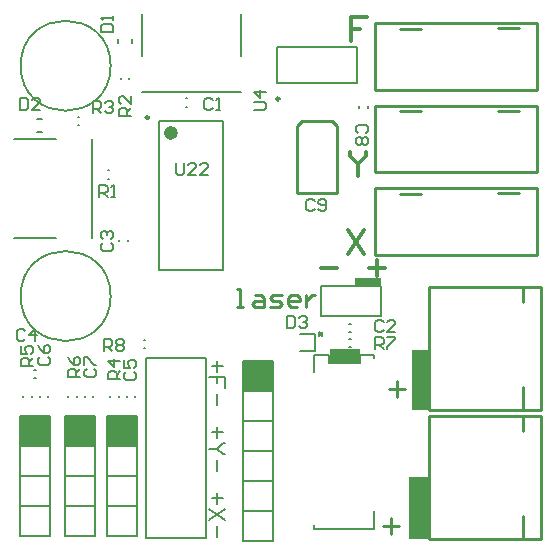
<source format=gto>
%FSAX24Y24*%
%MOIN*%
G70*
G01*
G75*
G04 Layer_Color=65535*
%ADD10O,0.0787X0.0157*%
%ADD11R,0.0354X0.0276*%
G04:AMPARAMS|DCode=12|XSize=23.6mil|YSize=27.6mil|CornerRadius=3mil|HoleSize=0mil|Usage=FLASHONLY|Rotation=0.000|XOffset=0mil|YOffset=0mil|HoleType=Round|Shape=RoundedRectangle|*
%AMROUNDEDRECTD12*
21,1,0.0236,0.0217,0,0,0.0*
21,1,0.0177,0.0276,0,0,0.0*
1,1,0.0059,0.0089,-0.0108*
1,1,0.0059,-0.0089,-0.0108*
1,1,0.0059,-0.0089,0.0108*
1,1,0.0059,0.0089,0.0108*
%
%ADD12ROUNDEDRECTD12*%
%ADD13R,0.0276X0.0354*%
%ADD14R,0.0866X0.0787*%
%ADD15R,0.0512X0.0433*%
%ADD16R,0.0433X0.0512*%
%ADD17R,0.1181X0.0591*%
%ADD18R,0.0354X0.0827*%
%ADD19R,0.1260X0.0827*%
%ADD20C,0.0600*%
%ADD21C,0.0100*%
%ADD22C,0.0150*%
%ADD23R,0.0591X0.0591*%
%ADD24C,0.0591*%
%ADD25O,0.0787X0.2559*%
G04:AMPARAMS|DCode=26|XSize=157.5mil|YSize=118.1mil|CornerRadius=29.5mil|HoleSize=0mil|Usage=FLASHONLY|Rotation=0.000|XOffset=0mil|YOffset=0mil|HoleType=Round|Shape=RoundedRectangle|*
%AMROUNDEDRECTD26*
21,1,0.1575,0.0591,0,0,0.0*
21,1,0.0984,0.1181,0,0,0.0*
1,1,0.0591,0.0492,-0.0295*
1,1,0.0591,-0.0492,-0.0295*
1,1,0.0591,-0.0492,0.0295*
1,1,0.0591,0.0492,0.0295*
%
%ADD26ROUNDEDRECTD26*%
%ADD27O,0.0787X0.1969*%
%ADD28O,0.2126X0.0984*%
G04:AMPARAMS|DCode=29|XSize=236.2mil|YSize=98.4mil|CornerRadius=24.6mil|HoleSize=0mil|Usage=FLASHONLY|Rotation=0.000|XOffset=0mil|YOffset=0mil|HoleType=Round|Shape=RoundedRectangle|*
%AMROUNDEDRECTD29*
21,1,0.2362,0.0492,0,0,0.0*
21,1,0.1870,0.0984,0,0,0.0*
1,1,0.0492,0.0935,-0.0246*
1,1,0.0492,-0.0935,-0.0246*
1,1,0.0492,-0.0935,0.0246*
1,1,0.0492,0.0935,0.0246*
%
%ADD29ROUNDEDRECTD29*%
G04:AMPARAMS|DCode=30|XSize=82.7mil|YSize=82.7mil|CornerRadius=0mil|HoleSize=0mil|Usage=FLASHONLY|Rotation=270.000|XOffset=0mil|YOffset=0mil|HoleType=Round|Shape=Octagon|*
%AMOCTAGOND30*
4,1,8,-0.0207,-0.0413,0.0207,-0.0413,0.0413,-0.0207,0.0413,0.0207,0.0207,0.0413,-0.0207,0.0413,-0.0413,0.0207,-0.0413,-0.0207,-0.0207,-0.0413,0.0*
%
%ADD30OCTAGOND30*%

G04:AMPARAMS|DCode=31|XSize=82.7mil|YSize=82.7mil|CornerRadius=0mil|HoleSize=0mil|Usage=FLASHONLY|Rotation=180.000|XOffset=0mil|YOffset=0mil|HoleType=Round|Shape=Octagon|*
%AMOCTAGOND31*
4,1,8,-0.0413,0.0207,-0.0413,-0.0207,-0.0207,-0.0413,0.0207,-0.0413,0.0413,-0.0207,0.0413,0.0207,0.0207,0.0413,-0.0207,0.0413,-0.0413,0.0207,0.0*
%
%ADD31OCTAGOND31*%

%ADD32C,0.0709*%
%ADD33C,0.0600*%
%ADD34C,0.2500*%
%ADD35C,0.0700*%
%ADD36R,0.0700X0.0700*%
%ADD37R,0.0591X0.0591*%
%ADD38C,0.0500*%
%ADD39C,0.0400*%
%ADD40O,0.1083X0.0276*%
G04:AMPARAMS|DCode=41|XSize=50mil|YSize=100mil|CornerRadius=6.3mil|HoleSize=0mil|Usage=FLASHONLY|Rotation=180.000|XOffset=0mil|YOffset=0mil|HoleType=Round|Shape=RoundedRectangle|*
%AMROUNDEDRECTD41*
21,1,0.0500,0.0875,0,0,180.0*
21,1,0.0375,0.1000,0,0,180.0*
1,1,0.0125,-0.0188,0.0438*
1,1,0.0125,0.0188,0.0438*
1,1,0.0125,0.0188,-0.0438*
1,1,0.0125,-0.0188,-0.0438*
%
%ADD41ROUNDEDRECTD41*%
%ADD42C,0.0300*%
%ADD43C,0.0098*%
%ADD44C,0.0236*%
%ADD45C,0.0050*%
%ADD46C,0.0079*%
%ADD47C,0.0080*%
%ADD48C,0.0060*%
%ADD49C,0.0120*%
%ADD50R,0.1043X0.0482*%
%ADD51R,0.0580X0.2000*%
%ADD52R,0.0680X0.2100*%
%ADD53R,0.0900X0.0250*%
%ADD54R,0.1000X0.0996*%
D21*
X017030Y000100D02*
Y000856D01*
X013880Y000100D02*
X017620D01*
X013880Y004202D02*
X017620D01*
Y000100D02*
Y004202D01*
X013880Y000100D02*
Y004202D01*
X017030Y003691D02*
Y004202D01*
Y004400D02*
Y005156D01*
X013880Y004400D02*
X017620D01*
X013880Y008502D02*
X017620D01*
Y004400D02*
Y008502D01*
X013880Y004400D02*
Y008502D01*
X017030Y007991D02*
Y008502D01*
X012902Y011603D02*
X013630D01*
X016189Y011633D02*
X016898D01*
X012085Y010471D02*
Y011790D01*
X017479D01*
Y009576D02*
Y011790D01*
X012085Y009576D02*
X017479D01*
X012085D02*
Y010471D01*
X012902Y014353D02*
X013630D01*
X016189Y014383D02*
X016898D01*
X012085Y013221D02*
Y014540D01*
X017479D01*
Y012326D02*
Y014540D01*
X012085Y012326D02*
X017479D01*
X012085D02*
Y013221D01*
X012902Y017103D02*
X013630D01*
X016189Y017133D02*
X016898D01*
X012085Y015971D02*
Y017290D01*
X017479D01*
Y015076D02*
Y017290D01*
X012085Y015076D02*
X017479D01*
X012085D02*
Y015971D01*
X010662Y014031D02*
X010819Y013874D01*
X009481D02*
X009638Y014031D01*
X010662D01*
X009481Y011649D02*
X010819D01*
X009481D02*
Y013874D01*
X010819Y011649D02*
Y013874D01*
X007500Y007850D02*
X007700D01*
X007600D01*
Y008450D01*
X007500D01*
X008100Y008250D02*
X008300D01*
X008400Y008150D01*
Y007850D01*
X008100D01*
X008000Y007950D01*
X008100Y008050D01*
X008400D01*
X008600Y007850D02*
X008900D01*
X009000Y007950D01*
X008900Y008050D01*
X008700D01*
X008600Y008150D01*
X008700Y008250D01*
X009000D01*
X009499Y007850D02*
X009299D01*
X009199Y007950D01*
Y008150D01*
X009299Y008250D01*
X009499D01*
X009599Y008150D01*
Y008050D01*
X009199D01*
X009799Y008250D02*
Y007850D01*
Y008050D01*
X009899Y008150D01*
X009999Y008250D01*
X010099D01*
X012550Y005100D02*
X013083D01*
X012817Y005366D02*
Y004833D01*
X012350Y000550D02*
X012883D01*
X012617Y000816D02*
Y000283D01*
D43*
X004543Y014148D02*
G03*
X004543Y014148I-000049J000000D01*
G01*
X008900Y014778D02*
G03*
X008900Y014778I-000049J000000D01*
G01*
D44*
X005399Y013637D02*
G03*
X005399Y013637I-000118J000000D01*
G01*
D45*
X003272Y015878D02*
G03*
X003272Y015878I-001500J000000D01*
G01*
Y008201D02*
G03*
X003272Y008201I-001500J000000D01*
G01*
X010096Y006355D02*
Y006945D01*
X009600Y006355D02*
X010096D01*
X009600Y006945D02*
X010096D01*
X010322Y006886D02*
Y007004D01*
X010204Y006886D02*
Y007004D01*
X010322Y006945D01*
X010204Y006886D02*
X010322Y006945D01*
X010204D02*
X010322D01*
X002650Y010144D02*
Y013444D01*
X000050D02*
X001450D01*
X000050Y010144D02*
X001450D01*
X004306Y015000D02*
X007606D01*
Y016200D02*
Y017600D01*
X004306Y016200D02*
Y017600D01*
D46*
X010300Y007550D02*
Y008550D01*
X012300D01*
Y007550D02*
Y008550D01*
X010300Y007550D02*
X012300D01*
X004887Y009070D02*
Y014030D01*
X007013Y009070D02*
Y014030D01*
X004887D02*
X007013D01*
X004887Y009070D02*
X007013D01*
X011559Y014482D02*
Y014521D01*
X011835Y014482D02*
Y014521D01*
X005781Y014515D02*
X005821D01*
X005781Y014791D02*
X005821D01*
X011229Y007285D02*
X011269D01*
X011229Y007009D02*
X011269D01*
X003565Y010029D02*
Y010069D01*
X003841Y010029D02*
Y010069D01*
X000729Y005735D02*
X000769D01*
X000729Y005459D02*
X000769D01*
X003815Y004829D02*
Y004869D01*
X004091Y004829D02*
Y004869D01*
X000915Y004829D02*
Y004869D01*
X001191Y004829D02*
Y004869D01*
X002415Y004829D02*
Y004869D01*
X002691Y004829D02*
Y004869D01*
X003967Y016621D02*
Y016779D01*
X003533Y016621D02*
Y016779D01*
X000821Y014117D02*
X000979D01*
X000821Y013683D02*
X000979D01*
X004450Y000150D02*
X006450D01*
X004450D02*
Y006150D01*
X006450D01*
Y000150D02*
Y006150D01*
X010066Y000450D02*
Y000574D01*
X012034Y006122D02*
Y006252D01*
X010066Y005678D02*
Y006252D01*
X012034Y000450D02*
Y001024D01*
X010066Y000448D02*
X012034D01*
X011591Y005968D02*
Y006252D01*
X010548Y005968D02*
X011591D01*
X010548D02*
Y006252D01*
X010066D02*
X010548D01*
X011591D02*
X012034D01*
X003182Y012115D02*
X003221D01*
X003182Y012391D02*
X003221D01*
X003885Y015431D02*
Y015471D01*
X003609Y015431D02*
Y015471D01*
X002179Y014185D02*
X002219D01*
X002179Y013909D02*
X002219D01*
X003265Y004829D02*
Y004869D01*
X003541Y004829D02*
Y004869D01*
X000365Y004829D02*
Y004869D01*
X000641Y004829D02*
Y004869D01*
X001865Y004829D02*
Y004869D01*
X002141Y004829D02*
Y004869D01*
X011229Y006785D02*
X011269D01*
X011229Y006509D02*
X011269D01*
X004381Y006465D02*
X004421D01*
X004381Y006741D02*
X004421D01*
X008831Y015309D02*
X011469D01*
X008831Y016491D02*
X011469D01*
X008831Y015309D02*
Y016491D01*
X011469Y015309D02*
Y016491D01*
D47*
X003150Y003200D02*
X004150D01*
X003150Y002200D02*
X004150D01*
X003140Y000200D02*
X004140D01*
X003150D02*
X004150D01*
X003150D02*
X004150D01*
X003150D02*
X003150Y004200D01*
X003150Y001200D02*
X004150D01*
X004150Y004200D02*
X004150Y000200D01*
X003150Y004200D02*
X004150Y004200D01*
X000250Y003200D02*
X001250D01*
X000250Y002200D02*
X001250D01*
X000240Y000200D02*
X001240D01*
X000250D02*
X001250D01*
X000250D02*
X001250D01*
X000250D02*
X000250Y004200D01*
X000250Y001200D02*
X001250D01*
X001250Y004200D02*
X001250Y000200D01*
X000250Y004200D02*
X001250Y004200D01*
X001750Y003200D02*
X002750D01*
X001750Y002200D02*
X002750D01*
X001740Y000200D02*
X002740D01*
X001750D02*
X002750D01*
X001750D02*
X002750D01*
X001750D02*
X001750Y004200D01*
X001750Y001200D02*
X002750D01*
X002750Y004200D02*
X002750Y000200D01*
X001750Y004200D02*
X002750Y004200D01*
X007700Y005050D02*
X008700D01*
X007700Y004050D02*
X008700D01*
X007700Y000050D02*
X008700D01*
X007700D02*
X008700D01*
X007700Y001050D02*
X008700D01*
X007700D02*
X008700D01*
X007700Y002050D02*
X008700D01*
X007700D02*
X008700D01*
X007700Y000050D02*
X007700Y006050D01*
X007700Y003050D02*
X008700D01*
X008700Y006050D02*
X008700Y000050D01*
X007700Y006050D02*
X008700Y006050D01*
X007700Y000050D02*
X008700D01*
D48*
X008055Y014415D02*
X008388D01*
X008455Y014482D01*
Y014615D01*
X008388Y014682D01*
X008055D01*
X008455Y015015D02*
X008055D01*
X008255Y014815D01*
Y015081D01*
X003040Y006377D02*
Y006777D01*
X003240D01*
X003307Y006710D01*
Y006577D01*
X003240Y006510D01*
X003040D01*
X003174D02*
X003307Y006377D01*
X003440Y006710D02*
X003507Y006777D01*
X003640D01*
X003707Y006710D01*
Y006643D01*
X003640Y006577D01*
X003707Y006510D01*
Y006443D01*
X003640Y006377D01*
X003507D01*
X003440Y006443D01*
Y006510D01*
X003507Y006577D01*
X003440Y006643D01*
Y006710D01*
X003507Y006577D02*
X003640D01*
X012100Y006450D02*
Y006850D01*
X012300D01*
X012367Y006783D01*
Y006650D01*
X012300Y006583D01*
X012100D01*
X012233D02*
X012367Y006450D01*
X012500Y006850D02*
X012766D01*
Y006783D01*
X012500Y006517D01*
Y006450D01*
X002250Y005500D02*
X001850D01*
Y005700D01*
X001917Y005767D01*
X002050D01*
X002117Y005700D01*
Y005500D01*
Y005633D02*
X002250Y005767D01*
X001850Y006166D02*
X001917Y006033D01*
X002050Y005900D01*
X002183D01*
X002250Y005967D01*
Y006100D01*
X002183Y006166D01*
X002117D01*
X002050Y006100D01*
Y005900D01*
X000691Y005854D02*
X000291D01*
Y006054D01*
X000358Y006121D01*
X000491D01*
X000558Y006054D01*
Y005854D01*
Y005987D02*
X000691Y006121D01*
X000291Y006520D02*
Y006254D01*
X000491D01*
X000424Y006387D01*
Y006454D01*
X000491Y006520D01*
X000624D01*
X000691Y006454D01*
Y006321D01*
X000624Y006254D01*
X003600Y005450D02*
X003200D01*
Y005650D01*
X003267Y005717D01*
X003400D01*
X003467Y005650D01*
Y005450D01*
Y005583D02*
X003600Y005717D01*
Y006050D02*
X003200D01*
X003400Y005850D01*
Y006116D01*
X002692Y014304D02*
Y014704D01*
X002892D01*
X002959Y014637D01*
Y014504D01*
X002892Y014437D01*
X002692D01*
X002826D02*
X002959Y014304D01*
X003092Y014637D02*
X003159Y014704D01*
X003292D01*
X003359Y014637D01*
Y014571D01*
X003292Y014504D01*
X003225D01*
X003292D01*
X003359Y014437D01*
Y014371D01*
X003292Y014304D01*
X003159D01*
X003092Y014371D01*
X003950Y014200D02*
X003550D01*
Y014400D01*
X003617Y014467D01*
X003750D01*
X003817Y014400D01*
Y014200D01*
Y014333D02*
X003950Y014467D01*
Y014866D02*
Y014600D01*
X003683Y014866D01*
X003617D01*
X003550Y014800D01*
Y014667D01*
X003617Y014600D01*
X002900Y011500D02*
Y011900D01*
X003100D01*
X003167Y011833D01*
Y011700D01*
X003100Y011633D01*
X002900D01*
X003033D02*
X003167Y011500D01*
X003300D02*
X003433D01*
X003367D01*
Y011900D01*
X003300Y011833D01*
X000250Y014800D02*
Y014400D01*
X000450D01*
X000517Y014467D01*
Y014733D01*
X000450Y014800D01*
X000250D01*
X000916Y014400D02*
X000650D01*
X000916Y014667D01*
Y014733D01*
X000850Y014800D01*
X000717D01*
X000650Y014733D01*
X002950Y017000D02*
X003350D01*
Y017200D01*
X003283Y017267D01*
X003017D01*
X002950Y017200D01*
Y017000D01*
X003350Y017400D02*
Y017533D01*
Y017467D01*
X002950D01*
X003017Y017400D01*
X010067Y011383D02*
X010000Y011450D01*
X009867D01*
X009800Y011383D01*
Y011117D01*
X009867Y011050D01*
X010000D01*
X010067Y011117D01*
X010200D02*
X010267Y011050D01*
X010400D01*
X010466Y011117D01*
Y011383D01*
X010400Y011450D01*
X010267D01*
X010200Y011383D01*
Y011317D01*
X010267Y011250D01*
X010466D01*
X002467Y005767D02*
X002400Y005700D01*
Y005567D01*
X002467Y005500D01*
X002733D01*
X002800Y005567D01*
Y005700D01*
X002733Y005767D01*
X002400Y005900D02*
Y006166D01*
X002467D01*
X002733Y005900D01*
X002800D01*
X000917Y006167D02*
X000850Y006100D01*
Y005967D01*
X000917Y005900D01*
X001183D01*
X001250Y005967D01*
Y006100D01*
X001183Y006167D01*
X000850Y006566D02*
X000917Y006433D01*
X001050Y006300D01*
X001183D01*
X001250Y006367D01*
Y006500D01*
X001183Y006566D01*
X001117D01*
X001050Y006500D01*
Y006300D01*
X003795Y005664D02*
X003728Y005598D01*
Y005464D01*
X003795Y005398D01*
X004061D01*
X004128Y005464D01*
Y005598D01*
X004061Y005664D01*
X003728Y006064D02*
Y005797D01*
X003928D01*
X003861Y005931D01*
Y005997D01*
X003928Y006064D01*
X004061D01*
X004128Y005997D01*
Y005864D01*
X004061Y005797D01*
X000417Y007033D02*
X000350Y007100D01*
X000217D01*
X000150Y007033D01*
Y006767D01*
X000217Y006700D01*
X000350D01*
X000417Y006767D01*
X000750Y006700D02*
Y007100D01*
X000550Y006900D01*
X000816D01*
X003017Y009967D02*
X002950Y009900D01*
Y009767D01*
X003017Y009700D01*
X003283D01*
X003350Y009767D01*
Y009900D01*
X003283Y009967D01*
X003017Y010100D02*
X002950Y010167D01*
Y010300D01*
X003017Y010366D01*
X003083D01*
X003150Y010300D01*
Y010233D01*
Y010300D01*
X003217Y010366D01*
X003283D01*
X003350Y010300D01*
Y010167D01*
X003283Y010100D01*
X012367Y007333D02*
X012300Y007400D01*
X012167D01*
X012100Y007333D01*
Y007067D01*
X012167Y007000D01*
X012300D01*
X012367Y007067D01*
X012766Y007000D02*
X012500D01*
X012766Y007267D01*
Y007333D01*
X012700Y007400D01*
X012567D01*
X012500Y007333D01*
X006667Y014733D02*
X006600Y014800D01*
X006467D01*
X006400Y014733D01*
Y014467D01*
X006467Y014400D01*
X006600D01*
X006667Y014467D01*
X006800Y014400D02*
X006933D01*
X006867D01*
Y014800D01*
X006800Y014733D01*
X009150Y007550D02*
Y007150D01*
X009350D01*
X009417Y007217D01*
Y007483D01*
X009350Y007550D01*
X009150D01*
X009550Y007483D02*
X009617Y007550D01*
X009750D01*
X009816Y007483D01*
Y007417D01*
X009750Y007350D01*
X009683D01*
X009750D01*
X009816Y007283D01*
Y007217D01*
X009750Y007150D01*
X009617D01*
X009550Y007217D01*
X011783Y013633D02*
X011850Y013700D01*
Y013833D01*
X011783Y013900D01*
X011517D01*
X011450Y013833D01*
Y013700D01*
X011517Y013633D01*
X011783Y013500D02*
X011850Y013433D01*
Y013300D01*
X011783Y013234D01*
X011717D01*
X011650Y013300D01*
X011583Y013234D01*
X011517D01*
X011450Y013300D01*
Y013433D01*
X011517Y013500D01*
X011583D01*
X011650Y013433D01*
X011717Y013500D01*
X011783D01*
X011650Y013433D02*
Y013300D01*
X005450Y012650D02*
Y012317D01*
X005517Y012250D01*
X005650D01*
X005717Y012317D01*
Y012650D01*
X006116Y012250D02*
X005850D01*
X006116Y012517D01*
Y012583D01*
X006050Y012650D01*
X005917D01*
X005850Y012583D01*
X006516Y012250D02*
X006250D01*
X006516Y012517D01*
Y012583D01*
X006450Y012650D01*
X006316D01*
X006250Y012583D01*
X006825Y006050D02*
Y005683D01*
X007008Y005867D02*
X006642D01*
X007100Y005134D02*
Y005500D01*
X006825D01*
Y005317D01*
Y005500D01*
X006550D01*
X006825Y004950D02*
Y004584D01*
Y003851D02*
Y003484D01*
X007008Y003667D02*
X006642D01*
X007100Y003301D02*
X007008D01*
X006825Y003118D01*
X007008Y002934D01*
X007100D01*
X006825Y003118D02*
X006550D01*
X006825Y002751D02*
Y002385D01*
Y001651D02*
Y001285D01*
X007008Y001468D02*
X006642D01*
X007100Y001102D02*
X006550Y000735D01*
X007100D02*
X006550Y001102D01*
X006825Y000552D02*
Y000185D01*
D49*
X010300Y009150D02*
X010833D01*
X011899D02*
X012433D01*
X012166Y009416D02*
Y008883D01*
X011833Y017500D02*
X011300D01*
Y017100D01*
X011567D01*
X011300D01*
Y016700D01*
X011250Y013000D02*
Y012866D01*
X011517Y012600D01*
X011783Y012866D01*
Y013000D01*
X011517Y012600D02*
Y012200D01*
X011200Y010400D02*
X011733Y009600D01*
Y010400D02*
X011200Y009600D01*
D50*
X011070Y006209D02*
D03*
D51*
X013590Y005400D02*
D03*
D52*
X013540Y001150D02*
D03*
D53*
X011850Y008675D02*
D03*
D54*
X003650Y003702D02*
D03*
X000750D02*
D03*
X002250D02*
D03*
X008200Y005552D02*
D03*
M02*

</source>
